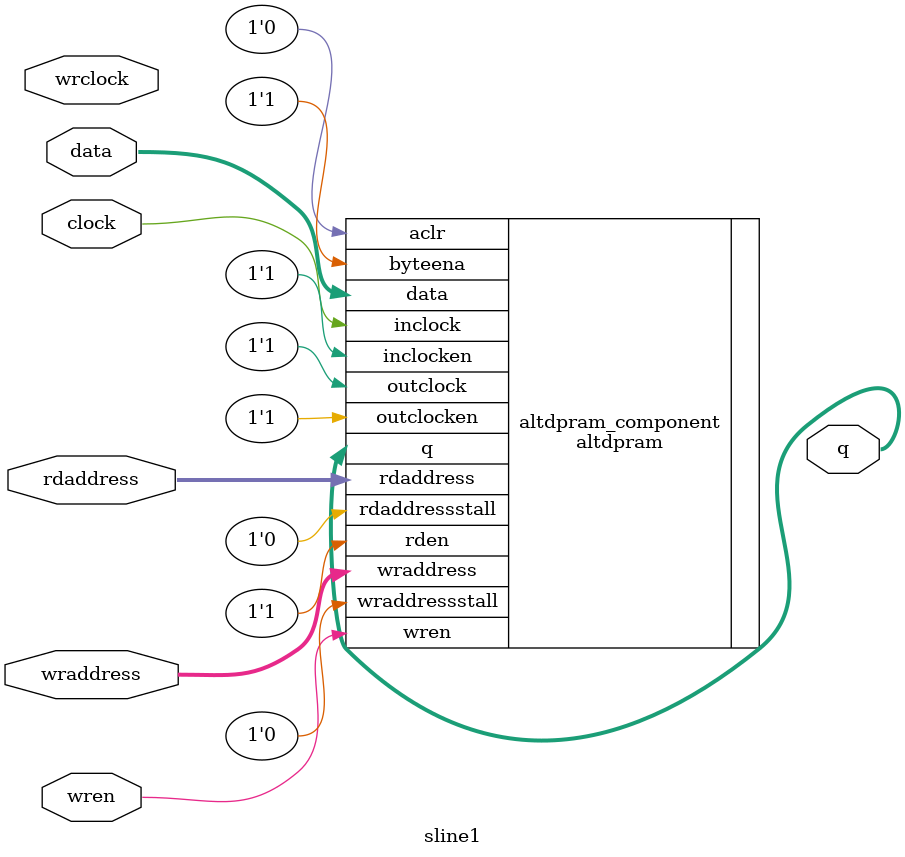
<source format=v>

module smem (
	data,
	rdaddress,
	wraddress,
	wrclock,
	wren,
	q);

	input	[15:0]  data;
	input	[8:0]  rdaddress;
	input	[8:0]  wraddress;
	input	  wrclock;
	input	  wren;
	output	[15:0]  q;

	wire [15:0] sub_wire0;
	wire [15:0] q = sub_wire0[15:0];

	altdpram	altdpram_component (
				.wren (wren),
				.inclock (wrclock),
				.data (data),
				.rdaddress (rdaddress),
				.wraddress (wraddress),
				.q (sub_wire0),
				.aclr (1'b0),
				.byteena (1'b1),
				.inclocken (1'b1),
				.outclock (1'b1),
				.outclocken (1'b1),
				.rdaddressstall (1'b0),
				.rden (1'b1),
				.wraddressstall (1'b0));
	defparam
		altdpram_component.indata_aclr = "OFF",
		altdpram_component.indata_reg = "UNREGISTERED",
		altdpram_component.intended_device_family = "ACEX1K",
		altdpram_component.lpm_type = "altdpram",
		altdpram_component.outdata_aclr = "OFF",
		altdpram_component.outdata_reg = "UNREGISTERED",
		altdpram_component.rdaddress_aclr = "OFF",
		altdpram_component.rdaddress_reg = "UNREGISTERED",
		altdpram_component.rdcontrol_aclr = "OFF",
		altdpram_component.rdcontrol_reg = "UNREGISTERED",
		altdpram_component.width = 16,
		altdpram_component.widthad = 9,
		altdpram_component.wraddress_aclr = "OFF",
		altdpram_component.wraddress_reg = "UNREGISTERED",
		altdpram_component.wrcontrol_aclr = "OFF",
		altdpram_component.wrcontrol_reg = "INCLOCK";
endmodule


// SFILE: Sprites description file
// 2048 bit = 256x8

module sfile (
	data,
	rdaddress,
	wraddress,
	wrclock,
	wren,
	q);

	input	[7:0]  data;
	input	[7:0]  rdaddress;
	input	[7:0]  wraddress;
	input	  wrclock;
	input	  wren;
	output	[7:0]  q;

	wire [7:0] sub_wire0;
	wire [7:0] q = sub_wire0[7:0];

	altdpram	altdpram_component (
				.wren (wren),
				.inclock (wrclock),
				.data (data),
				.rdaddress (rdaddress),
				.wraddress (wraddress),
				.q (sub_wire0),
				.aclr (1'b0),
				.byteena (1'b1),
				.inclocken (1'b1),
				.outclock (1'b1),
				.outclocken (1'b1),
				.rdaddressstall (1'b0),
				.rden (1'b1),
				.wraddressstall (1'b0));
	defparam
		altdpram_component.indata_aclr = "OFF",
		altdpram_component.indata_reg = "UNREGISTERED",
		altdpram_component.intended_device_family = "ACEX1K",
		altdpram_component.lpm_type = "altdpram",
		altdpram_component.outdata_aclr = "OFF",
		altdpram_component.outdata_reg = "UNREGISTERED",
		altdpram_component.rdaddress_aclr = "OFF",
		altdpram_component.rdaddress_reg = "UNREGISTERED",
		altdpram_component.rdcontrol_aclr = "OFF",
		altdpram_component.rdcontrol_reg = "UNREGISTERED",
		altdpram_component.width = 8,
		altdpram_component.widthad = 8,
		altdpram_component.wraddress_aclr = "OFF",
		altdpram_component.wraddress_reg = "UNREGISTERED",
		altdpram_component.wrcontrol_aclr = "OFF",
		altdpram_component.wrcontrol_reg = "INCLOCK";
endmodule


//palette SRAM for sprites 256x8
module spram (
	input	[7:0]  data,
	input	[7:0]  rdaddress,
	input	[7:0]  wraddress,
	input	  wrclock,
	input	  wren,
	output	[7:0]  q
);
	
	altdpram	altdpram_component (
				.wren (wren),
				.inclock (wrclock),
				.data (data),
				.rdaddress (rdaddress),
				.wraddress (wraddress),
				.q (q),
				.aclr (1'b0),
				.byteena (1'b1),
				.inclocken (1'b1),
				.outclock (1'b1),
				.outclocken (1'b1),
				.rdaddressstall (1'b0),
				.rden (1'b1),
				.wraddressstall (1'b0));
	defparam
		altdpram_component.indata_aclr = "OFF",
		altdpram_component.indata_reg = "UNREGISTERED",
		altdpram_component.intended_device_family = "ACEX1K",
		altdpram_component.lpm_type = "altdpram",
		altdpram_component.outdata_aclr = "OFF",
		altdpram_component.outdata_reg = "UNREGISTERED",
		altdpram_component.rdaddress_aclr = "OFF",
		altdpram_component.rdaddress_reg = "UNREGISTERED",
		altdpram_component.rdcontrol_aclr = "OFF",
		altdpram_component.rdcontrol_reg = "UNREGISTERED",
		altdpram_component.width = 8,
		altdpram_component.widthad = 8,
		altdpram_component.wraddress_aclr = "OFF",
		altdpram_component.wraddress_reg = "UNREGISTERED",
		altdpram_component.wrcontrol_aclr = "OFF",
		altdpram_component.wrcontrol_reg = "INCLOCK";
endmodule


//counters for sprite address
//32 x 14 bit
//so, sprite can occupy max 128 words x 128 lines = 16kwords in DRAM
module sacnt (
        data,
        wraddress,
        wren,
        rdaddress,
        q);

        input   [13:0]  data;
        input   [4:0]  rdaddress;
        input   [4:0]  wraddress;
        input     wren;
        output  [13:0]  q;

        wire [13:0] sub_wire0;
        wire [13:0] q = sub_wire0[13:0];

        lpm_ram_dp      lpm_ram_dp_component (
                                .wren (wren),
                                .data (data),
                                .rdaddress (rdaddress),
                                .wraddress (wraddress),
                                .q (sub_wire0),
                                .rdclken (1'b1),
                                .rdclock (1'b1),
                                .rden (1'b1),
                                .wrclken (1'b1),
                                .wrclock (1'b1));
        defparam
                lpm_ram_dp_component.intended_device_family = "ACEX1K",
                lpm_ram_dp_component.lpm_indata = "UNREGISTERED",
                lpm_ram_dp_component.lpm_outdata = "UNREGISTERED",
                lpm_ram_dp_component.lpm_rdaddress_control = "UNREGISTERED",
                lpm_ram_dp_component.lpm_type = "LPM_RAM_DP",
                lpm_ram_dp_component.lpm_width = 14,
                lpm_ram_dp_component.lpm_widthad = 5,
                lpm_ram_dp_component.lpm_numwords = 32,
                lpm_ram_dp_component.lpm_wraddress_control = "UNREGISTERED",
                lpm_ram_dp_component.rden_used = "FALSE",
                lpm_ram_dp_component.use_eab = "ON";
endmodule


//sprite video buffer0
module sline0 (
	input	  clock,
	input	[6:0]  data,
	input	[8:0]  rdaddress,
	input	[8:0]  wraddress,
	input	  wrclock,
	input	  wren,
	output	[6:0]  q
);

	altdpram	altdpram_component (
				.wren (wren),
				.inclock (clock),
				.data (data),
				.rdaddress (rdaddress),
				.wraddress (wraddress),
				.q (q),
				.aclr (1'b0),
				.byteena (1'b1),
				.inclocken (1'b1),
				.outclock (1'b1),
				.outclocken (1'b1),
				.rdaddressstall (1'b0),
				.rden (1'b1),
				.wraddressstall (1'b0));
	defparam
		altdpram_component.indata_aclr = "OFF",
		altdpram_component.indata_reg = "INCLOCK",
		altdpram_component.intended_device_family = "ACEX1K",
		altdpram_component.lpm_type = "altdpram",
		altdpram_component.outdata_aclr = "OFF",
		altdpram_component.outdata_reg = "UNREGISTERED",
		altdpram_component.rdaddress_aclr = "OFF",
		altdpram_component.rdaddress_reg = "UNREGISTERED",
		altdpram_component.rdcontrol_aclr = "OFF",
		altdpram_component.rdcontrol_reg = "UNREGISTERED",
		altdpram_component.width = 7,
		altdpram_component.widthad = 9,
		altdpram_component.wraddress_aclr = "OFF",
		altdpram_component.wraddress_reg = "INCLOCK",
		altdpram_component.wrcontrol_aclr = "OFF",
		altdpram_component.wrcontrol_reg = "INCLOCK";
 endmodule


//sprite video buffer1
module sline1 (
	input	  clock,
	input	[6:0]  data,
	input	[8:0]  rdaddress,
	input	[8:0]  wraddress,
	input	  wrclock,
	input	  wren,
	output	[6:0]  q
);

	altdpram	altdpram_component (
				.wren (wren),
				.inclock (clock),
				.data (data),
				.rdaddress (rdaddress),
				.wraddress (wraddress),
				.q (q),
				.aclr (1'b0),
				.byteena (1'b1),
				.inclocken (1'b1),
				.outclock (1'b1),
				.outclocken (1'b1),
				.rdaddressstall (1'b0),
				.rden (1'b1),
				.wraddressstall (1'b0));
	defparam
		altdpram_component.indata_aclr = "OFF",
		altdpram_component.indata_reg = "INCLOCK",
		altdpram_component.intended_device_family = "ACEX1K",
		altdpram_component.lpm_type = "altdpram",
		altdpram_component.outdata_aclr = "OFF",
		altdpram_component.outdata_reg = "UNREGISTERED",
		altdpram_component.rdaddress_aclr = "OFF",
		altdpram_component.rdaddress_reg = "UNREGISTERED",
		altdpram_component.rdcontrol_aclr = "OFF",
		altdpram_component.rdcontrol_reg = "UNREGISTERED",
		altdpram_component.width = 7,
		altdpram_component.widthad = 9,
		altdpram_component.wraddress_aclr = "OFF",
		altdpram_component.wraddress_reg = "INCLOCK",
		altdpram_component.wrcontrol_aclr = "OFF",
		altdpram_component.wrcontrol_reg = "INCLOCK";
endmodule

</source>
